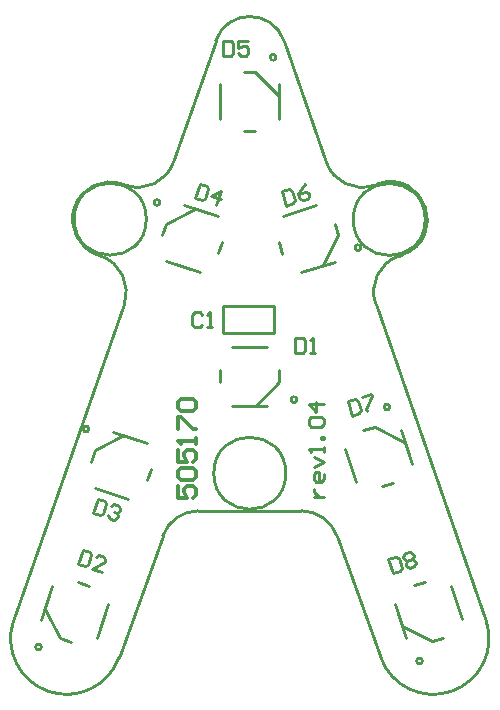
<source format=gto>
%FSLAX25Y25*%
%MOIN*%
G70*
G01*
G75*
G04 Layer_Color=65535*
%ADD10R,0.05000X0.08000*%
%ADD11R,0.05906X0.05906*%
%ADD12P,0.08352X4X297.0*%
%ADD13P,0.08352X4X207.0*%
%ADD14R,0.05906X0.05906*%
%ADD15P,0.08352X4X63.0*%
%ADD16P,0.08352X4X153.0*%
%ADD17C,0.02500*%
%ADD18C,0.16500*%
%ADD19C,0.04000*%
%ADD20R,0.17716X0.12205*%
G04:AMPARAMS|DCode=21|XSize=80mil|YSize=50mil|CornerRadius=0mil|HoleSize=0mil|Usage=FLASHONLY|Rotation=108.000|XOffset=0mil|YOffset=0mil|HoleType=Round|Shape=Rectangle|*
%AMROTATEDRECTD21*
4,1,4,0.03614,-0.03032,-0.01142,-0.04577,-0.03614,0.03032,0.01142,0.04577,0.03614,-0.03032,0.0*
%
%ADD21ROTATEDRECTD21*%

G04:AMPARAMS|DCode=22|XSize=80mil|YSize=50mil|CornerRadius=0mil|HoleSize=0mil|Usage=FLASHONLY|Rotation=252.000|XOffset=0mil|YOffset=0mil|HoleType=Round|Shape=Rectangle|*
%AMROTATEDRECTD22*
4,1,4,-0.01142,0.04577,0.03614,0.03032,0.01142,-0.04577,-0.03614,-0.03032,-0.01142,0.04577,0.0*
%
%ADD22ROTATEDRECTD22*%

%ADD23C,0.01000*%
%ADD24C,0.01200*%
D23*
X537808Y520706D02*
G03*
X529578Y497099I-4115J-11803D01*
G01*
X501513Y374972D02*
G03*
X536679Y362867I17675J-5783D01*
G01*
X538943Y520310D02*
G03*
X554861Y527999I4115J11803D01*
G01*
X538402Y480786D02*
G03*
X530713Y496704I-11803J4115D01*
G01*
X563125Y411770D02*
G03*
X551369Y403519I0J-12500D01*
G01*
X609286D02*
G03*
X597530Y411770I-11756J-4248D01*
G01*
X629942Y496704D02*
G03*
X622254Y480786I4115J-11803D01*
G01*
X605794Y527999D02*
G03*
X621712Y520310I11803J4115D01*
G01*
X623977Y362867D02*
G03*
X659143Y374972I17491J6321D01*
G01*
X631077Y497099D02*
G03*
X622847Y520706I-4115J11803D01*
G01*
X591680Y568485D02*
G03*
X568975Y568485I-11353J-3958D01*
G01*
X545800Y509000D02*
G03*
X545800Y509000I-12000J0D01*
G01*
X638800Y508900D02*
G03*
X638800Y508900I-12000J0D01*
G01*
X592300Y424300D02*
G03*
X592300Y424300I-12000J0D01*
G01*
X596048Y448826D02*
G03*
X596048Y448826I-984J0D01*
G01*
X510833Y366392D02*
G03*
X510833Y366392I-984J0D01*
G01*
X526676Y439051D02*
G03*
X526676Y439051I-984J0D01*
G01*
X550376Y514551D02*
G03*
X550376Y514551I-984J0D01*
G01*
X589058Y562964D02*
G03*
X589058Y562964I-984J0D01*
G01*
X617359Y499474D02*
G03*
X617359Y499474I-984J0D01*
G01*
X627011Y446374D02*
G03*
X627011Y446374I-984J0D01*
G01*
X637858Y361726D02*
G03*
X637858Y361726I-984J0D01*
G01*
X537808Y520706D02*
X538943Y520310D01*
X554861Y527999D02*
X568975Y568485D01*
X529578Y497099D02*
X530713Y496704D01*
X501513Y374972D02*
X538402Y480786D01*
X563125Y411770D02*
X580328D01*
X536679Y362867D02*
X551369Y403519D01*
X609286D02*
X623977Y362867D01*
X580328Y411770D02*
X597530D01*
X622254Y480786D02*
X659143Y374972D01*
X629942Y496704D02*
X631077Y497099D01*
X591680Y568485D02*
X605794Y527999D01*
X621712Y520310D02*
X622847Y520706D01*
X571284Y480116D02*
X588316Y480116D01*
X571284Y471084D02*
Y480116D01*
Y471084D02*
X588316Y471084D01*
Y480116D01*
X582268Y446858D02*
X590142Y454732D01*
X574395Y466542D02*
X586205D01*
X574395Y446858D02*
X586205D01*
X570458Y454732D02*
Y458669D01*
X590142Y454732D02*
Y458669D01*
X511931Y379169D02*
X516986Y369248D01*
X529436Y369342D02*
X533086Y380575D01*
X510714Y375425D02*
X514364Y386658D01*
X523069Y387969D02*
X526814Y386753D01*
X516986Y369248D02*
X520731Y368031D01*
X528547Y431914D02*
X538469Y436969D01*
X528642Y419464D02*
X539875Y415814D01*
X534725Y438186D02*
X545958Y434536D01*
X546053Y422086D02*
X547269Y425831D01*
X527331Y428169D02*
X528547Y431914D01*
X552247Y507414D02*
X562169Y512469D01*
X552342Y494964D02*
X563575Y491314D01*
X558425Y513686D02*
X569658Y510036D01*
X569753Y497586D02*
X570969Y501331D01*
X551031Y503669D02*
X552247Y507414D01*
X582168Y558042D02*
X590042Y550169D01*
X570358Y542295D02*
Y554106D01*
X590042Y542295D02*
Y554106D01*
X578231Y538357D02*
X582168D01*
X578231Y558042D02*
X582168D01*
X604814Y493647D02*
X609869Y503569D01*
X591242Y509936D02*
X602475Y513586D01*
X597325Y491214D02*
X608558Y494864D01*
X589931Y501231D02*
X591148Y497486D01*
X608652Y507314D02*
X609869Y503569D01*
X621931Y439869D02*
X631852Y434814D01*
X611914Y432475D02*
X615564Y421242D01*
X630636Y438558D02*
X634286Y427325D01*
X624269Y419931D02*
X628014Y421147D01*
X618186Y438653D02*
X621931Y439869D01*
X631047Y373286D02*
X640969Y368231D01*
X647336Y386858D02*
X650986Y375625D01*
X628614Y380775D02*
X632264Y369542D01*
X634886Y386952D02*
X638631Y388169D01*
X640969Y368231D02*
X644714Y369447D01*
X563545Y520754D02*
X562000Y516000D01*
X564377Y515228D01*
X565427Y515763D01*
X566456Y518932D01*
X565921Y519981D01*
X563545Y520754D01*
X569131Y513683D02*
X570675Y518437D01*
X567526Y516832D01*
X570695Y515803D01*
X529545Y415754D02*
X528000Y411000D01*
X530377Y410228D01*
X531427Y410763D01*
X532456Y413932D01*
X531921Y414982D01*
X529545Y415754D01*
X534041Y413417D02*
X535091Y413952D01*
X536675Y413437D01*
X537210Y412387D01*
X536953Y411595D01*
X535903Y411060D01*
X535111Y411317D01*
X535903Y411060D01*
X536438Y410010D01*
X536180Y409218D01*
X535131Y408683D01*
X533546Y409198D01*
X533011Y410248D01*
X524545Y398754D02*
X523000Y394000D01*
X525377Y393228D01*
X526427Y393763D01*
X527456Y396932D01*
X526922Y397981D01*
X524545Y398754D01*
X530923Y391426D02*
X527754Y392455D01*
X531953Y394595D01*
X532210Y395387D01*
X531675Y396437D01*
X530091Y396952D01*
X529041Y396417D01*
X595500Y469498D02*
Y464500D01*
X597999D01*
X598832Y465333D01*
Y468665D01*
X597999Y469498D01*
X595500D01*
X600498Y464500D02*
X602165D01*
X601331D01*
Y469498D01*
X600498Y468665D01*
X564532Y477065D02*
X563699Y477898D01*
X562033D01*
X561200Y477065D01*
Y473733D01*
X562033Y472900D01*
X563699D01*
X564532Y473733D01*
X566198Y472900D02*
X567865D01*
X567031D01*
Y477898D01*
X566198Y477065D01*
X626455Y395754D02*
X628000Y391000D01*
X630377Y391772D01*
X630912Y392822D01*
X629882Y395991D01*
X628832Y396526D01*
X626455Y395754D01*
X631467Y396506D02*
X632001Y397556D01*
X633586Y398071D01*
X634636Y397536D01*
X634893Y396743D01*
X634358Y395694D01*
X635408Y395159D01*
X635666Y394367D01*
X635131Y393317D01*
X633546Y392802D01*
X632496Y393337D01*
X632239Y394129D01*
X632774Y395179D01*
X631724Y395714D01*
X631467Y396506D01*
X632774Y395179D02*
X634358Y395694D01*
X612955Y448254D02*
X614500Y443500D01*
X616877Y444272D01*
X617412Y445322D01*
X616382Y448491D01*
X615332Y449026D01*
X612955Y448254D01*
X617709Y449798D02*
X620878Y450828D01*
X621136Y450036D01*
X618996Y445837D01*
X619254Y445045D01*
X590955Y518254D02*
X592500Y513500D01*
X594877Y514272D01*
X595412Y515322D01*
X594382Y518491D01*
X593332Y519026D01*
X590955Y518254D01*
X598878Y520828D02*
X597551Y519521D01*
X596482Y517421D01*
X596996Y515837D01*
X598046Y515302D01*
X599631Y515817D01*
X600166Y516867D01*
X599908Y517659D01*
X598858Y518194D01*
X596482Y517421D01*
X571500Y568498D02*
Y563500D01*
X573999D01*
X574832Y564333D01*
Y567665D01*
X573999Y568498D01*
X571500D01*
X579831D02*
X576498D01*
Y565999D01*
X578164Y566832D01*
X578998D01*
X579831Y565999D01*
Y564333D01*
X578998Y563500D01*
X577331D01*
X576498Y564333D01*
X601668Y416500D02*
X605000D01*
X603334D01*
X602501Y417333D01*
X601668Y418166D01*
Y418999D01*
X605000Y423998D02*
Y422331D01*
X604167Y421498D01*
X602501D01*
X601668Y422331D01*
Y423998D01*
X602501Y424831D01*
X603334D01*
Y421498D01*
X601668Y426497D02*
X605000Y428163D01*
X601668Y429829D01*
X605000Y431495D02*
Y433161D01*
Y432328D01*
X600002D01*
X600835Y431495D01*
X605000Y435661D02*
X604167D01*
Y436493D01*
X605000D01*
Y435661D01*
X600835Y439826D02*
X600002Y440659D01*
Y442325D01*
X600835Y443158D01*
X604167D01*
X605000Y442325D01*
Y440659D01*
X604167Y439826D01*
X600835D01*
X605000Y447323D02*
X600002D01*
X602501Y444824D01*
Y448156D01*
D24*
X556502Y419999D02*
Y416000D01*
X559501D01*
X558501Y417999D01*
Y418999D01*
X559501Y419999D01*
X561500D01*
X562500Y418999D01*
Y417000D01*
X561500Y416000D01*
X557502Y421998D02*
X556502Y422998D01*
Y424997D01*
X557502Y425997D01*
X561500D01*
X562500Y424997D01*
Y422998D01*
X561500Y421998D01*
X557502D01*
X556502Y431995D02*
Y427996D01*
X559501D01*
X558501Y429995D01*
Y430995D01*
X559501Y431995D01*
X561500D01*
X562500Y430995D01*
Y428996D01*
X561500Y427996D01*
X562500Y433994D02*
Y435993D01*
Y434994D01*
X556502D01*
X557502Y433994D01*
X556502Y438993D02*
Y442991D01*
X557502D01*
X561500Y438993D01*
X562500D01*
X557502Y444991D02*
X556502Y445990D01*
Y447990D01*
X557502Y448989D01*
X561500D01*
X562500Y447990D01*
Y445990D01*
X561500Y444991D01*
X557502D01*
M02*

</source>
